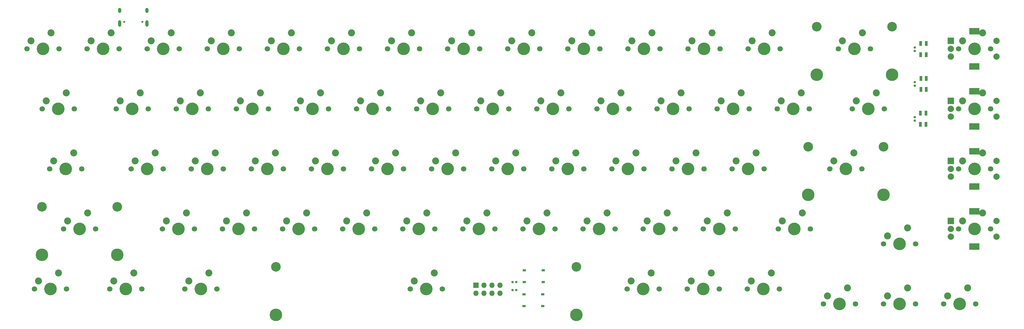
<source format=gbr>
%TF.GenerationSoftware,KiCad,Pcbnew,(6.0.6-0)*%
%TF.CreationDate,2022-07-20T23:02:44+08:00*%
%TF.ProjectId,SCO68R,53434f36-3852-42e6-9b69-6361645f7063,rev?*%
%TF.SameCoordinates,Original*%
%TF.FileFunction,Soldermask,Top*%
%TF.FilePolarity,Negative*%
%FSLAX46Y46*%
G04 Gerber Fmt 4.6, Leading zero omitted, Abs format (unit mm)*
G04 Created by KiCad (PCBNEW (6.0.6-0)) date 2022-07-20 23:02:44*
%MOMM*%
%LPD*%
G01*
G04 APERTURE LIST*
G04 Aperture macros list*
%AMRoundRect*
0 Rectangle with rounded corners*
0 $1 Rounding radius*
0 $2 $3 $4 $5 $6 $7 $8 $9 X,Y pos of 4 corners*
0 Add a 4 corners polygon primitive as box body*
4,1,4,$2,$3,$4,$5,$6,$7,$8,$9,$2,$3,0*
0 Add four circle primitives for the rounded corners*
1,1,$1+$1,$2,$3*
1,1,$1+$1,$4,$5*
1,1,$1+$1,$6,$7*
1,1,$1+$1,$8,$9*
0 Add four rect primitives between the rounded corners*
20,1,$1+$1,$2,$3,$4,$5,0*
20,1,$1+$1,$4,$5,$6,$7,0*
20,1,$1+$1,$6,$7,$8,$9,0*
20,1,$1+$1,$8,$9,$2,$3,0*%
G04 Aperture macros list end*
%ADD10C,3.987800*%
%ADD11C,3.048000*%
%ADD12C,1.700000*%
%ADD13C,4.000000*%
%ADD14C,2.224000*%
%ADD15R,1.000000X0.750000*%
%ADD16RoundRect,0.155000X0.155000X-0.212500X0.155000X0.212500X-0.155000X0.212500X-0.155000X-0.212500X0*%
%ADD17R,0.850000X1.600000*%
%ADD18R,2.000000X2.000000*%
%ADD19C,2.000000*%
%ADD20R,3.200000X2.000000*%
%ADD21RoundRect,0.155000X-0.212500X-0.155000X0.212500X-0.155000X0.212500X0.155000X-0.212500X0.155000X0*%
%ADD22RoundRect,0.160000X-0.197500X-0.160000X0.197500X-0.160000X0.197500X0.160000X-0.197500X0.160000X0*%
%ADD23R,1.700000X1.700000*%
%ADD24O,1.700000X1.700000*%
%ADD25C,0.650000*%
%ADD26O,1.000000X2.100000*%
%ADD27O,1.000000X1.600000*%
G04 APERTURE END LIST*
D10*
%TO.C,REF\u002A\u002A*%
X37218750Y29875000D03*
D11*
X37218750Y45085000D03*
D10*
X132468750Y29875000D03*
D11*
X132468750Y45085000D03*
%TD*%
D12*
%TO.C,KSW4*%
X25630000Y114300000D03*
X15470000Y114300000D03*
D13*
X20550000Y114300000D03*
D14*
X23090000Y119380000D03*
X16740000Y116840000D03*
%TD*%
D12*
%TO.C,KSW14*%
X215495000Y114300000D03*
D13*
X220575000Y114300000D03*
D12*
X225655000Y114300000D03*
D14*
X223115000Y119380000D03*
X216765000Y116840000D03*
%TD*%
D13*
%TO.C,KSW40*%
X148828125Y76200000D03*
D12*
X153908125Y76200000D03*
X143748125Y76200000D03*
D14*
X151368125Y81280000D03*
X145018125Y78740000D03*
%TD*%
D12*
%TO.C,KSW57*%
X229782500Y52387500D03*
X239942500Y52387500D03*
D13*
X234862500Y52387500D03*
D14*
X237402500Y57467500D03*
X231052500Y54927500D03*
%TD*%
D15*
%TO.C,SW2*%
X121910900Y40295000D03*
X115910900Y40295000D03*
X121910900Y44045000D03*
X115910900Y44045000D03*
%TD*%
D12*
%TO.C,KSW39*%
X134858125Y76200000D03*
X124698125Y76200000D03*
D13*
X129778125Y76200000D03*
D14*
X132318125Y81280000D03*
X125968125Y78740000D03*
%TD*%
D16*
%TO.C,C14*%
X239740000Y113622500D03*
X239740000Y114757500D03*
%TD*%
D13*
%TO.C,KSW61*%
X13406250Y38100000D03*
D12*
X8326250Y38100000D03*
X18486250Y38100000D03*
D14*
X15946250Y43180000D03*
X9596250Y40640000D03*
%TD*%
D15*
%TO.C,SW1*%
X121822500Y32665000D03*
X115822500Y32665000D03*
X121822500Y36415000D03*
X115822500Y36415000D03*
%TD*%
D13*
%TO.C,KSW43*%
X217884375Y76200000D03*
D12*
X222964375Y76200000D03*
X212804375Y76200000D03*
D14*
X220424375Y81280000D03*
X214074375Y78740000D03*
%TD*%
D12*
%TO.C,KSW16*%
X-36917500Y95250000D03*
X-26757500Y95250000D03*
D13*
X-31837500Y95250000D03*
D14*
X-29297500Y100330000D03*
X-35647500Y97790000D03*
%TD*%
D12*
%TO.C,KSW41*%
X172958125Y76200000D03*
X162798125Y76200000D03*
D13*
X167878125Y76200000D03*
D14*
X170418125Y81280000D03*
X164068125Y78740000D03*
%TD*%
D12*
%TO.C,KSW5*%
X34520000Y114300000D03*
D13*
X39600000Y114300000D03*
D12*
X44680000Y114300000D03*
D14*
X42140000Y119380000D03*
X35790000Y116840000D03*
%TD*%
D13*
%TO.C,KSW22*%
X86915625Y95250000D03*
D12*
X91995625Y95250000D03*
X81835625Y95250000D03*
D14*
X89455625Y100330000D03*
X83105625Y97790000D03*
%TD*%
D13*
%TO.C,KSW27*%
X182165625Y95250000D03*
D12*
X187245625Y95250000D03*
X177085625Y95250000D03*
D14*
X184705625Y100330000D03*
X178355625Y97790000D03*
%TD*%
D13*
%TO.C,KSW1*%
X-36600000Y114300000D03*
D12*
X-41680000Y114300000D03*
X-31520000Y114300000D03*
D14*
X-34060000Y119380000D03*
X-40410000Y116840000D03*
%TD*%
D12*
%TO.C,KSW37*%
X86598125Y76200000D03*
D13*
X91678125Y76200000D03*
D12*
X96758125Y76200000D03*
D14*
X94218125Y81280000D03*
X87868125Y78740000D03*
%TD*%
D12*
%TO.C,KSW34*%
X29448125Y76200000D03*
X39608125Y76200000D03*
D13*
X34528125Y76200000D03*
D14*
X37068125Y81280000D03*
X30718125Y78740000D03*
%TD*%
D13*
%TO.C,KSW58*%
X258675000Y57150000D03*
D12*
X263755000Y57150000D03*
X253595000Y57150000D03*
D14*
X261215000Y62230000D03*
X254865000Y59690000D03*
%TD*%
D12*
%TO.C,KSW59*%
X-39298750Y38100000D03*
D13*
X-34218750Y38100000D03*
D12*
X-29138750Y38100000D03*
D14*
X-31678750Y43180000D03*
X-38028750Y40640000D03*
%TD*%
D11*
%TO.C,REF\u002A\u002A*%
X229822375Y83185000D03*
D10*
X229822375Y67975000D03*
X205946375Y67975000D03*
D11*
X205946375Y83185000D03*
%TD*%
D13*
%TO.C,KSW21*%
X67865625Y95250000D03*
D12*
X72945625Y95250000D03*
X62785625Y95250000D03*
D14*
X70405625Y100330000D03*
X64055625Y97790000D03*
%TD*%
D12*
%TO.C,KSW52*%
X115482500Y57150000D03*
D13*
X120562500Y57150000D03*
D12*
X125642500Y57150000D03*
D14*
X123102500Y62230000D03*
X116752500Y59690000D03*
%TD*%
D12*
%TO.C,KSW56*%
X196445000Y57150000D03*
X206605000Y57150000D03*
D13*
X201525000Y57150000D03*
D14*
X204065000Y62230000D03*
X197715000Y59690000D03*
%TD*%
D12*
%TO.C,KSW17*%
X-13414375Y95250000D03*
D13*
X-8334375Y95250000D03*
D12*
X-3254375Y95250000D03*
D14*
X-5794375Y100330000D03*
X-12144375Y97790000D03*
%TD*%
D12*
%TO.C,KSW44*%
X253595000Y76200000D03*
D13*
X258675000Y76200000D03*
D12*
X263755000Y76200000D03*
D14*
X261215000Y81280000D03*
X254865000Y78740000D03*
%TD*%
D12*
%TO.C,KSW6*%
X63730000Y114300000D03*
D13*
X58650000Y114300000D03*
D12*
X53570000Y114300000D03*
D14*
X61190000Y119380000D03*
X54840000Y116840000D03*
%TD*%
D12*
%TO.C,KSW20*%
X53895625Y95250000D03*
X43735625Y95250000D03*
D13*
X48815625Y95250000D03*
D14*
X51355625Y100330000D03*
X45005625Y97790000D03*
%TD*%
D13*
%TO.C,KSW15*%
X258675000Y114300000D03*
D12*
X263755000Y114300000D03*
X253595000Y114300000D03*
D14*
X261215000Y119380000D03*
X254865000Y116840000D03*
%TD*%
D13*
%TO.C,KSW68*%
X253912500Y33337500D03*
D12*
X248832500Y33337500D03*
X258992500Y33337500D03*
D14*
X256452500Y38417500D03*
X250102500Y35877500D03*
%TD*%
D13*
%TO.C,KSW62*%
X84843750Y38100000D03*
D12*
X79763750Y38100000D03*
X89923750Y38100000D03*
D14*
X87383750Y43180000D03*
X81033750Y40640000D03*
%TD*%
D13*
%TO.C,KSW9*%
X115800000Y114300000D03*
D12*
X110720000Y114300000D03*
X120880000Y114300000D03*
D14*
X118340000Y119380000D03*
X111990000Y116840000D03*
%TD*%
D12*
%TO.C,KSW36*%
X77708125Y76200000D03*
X67548125Y76200000D03*
D13*
X72628125Y76200000D03*
D14*
X75168125Y81280000D03*
X68818125Y78740000D03*
%TD*%
D12*
%TO.C,KSW64*%
X177720625Y38100000D03*
D13*
X172640625Y38100000D03*
D12*
X167560625Y38100000D03*
D14*
X175180625Y43180000D03*
X168830625Y40640000D03*
%TD*%
D17*
%TO.C,D71*%
X243375102Y115950000D03*
X241625102Y115950000D03*
X241625102Y112450000D03*
X243375102Y112450000D03*
%TD*%
D13*
%TO.C,KSW51*%
X101512500Y57150000D03*
D12*
X106592500Y57150000D03*
X96432500Y57150000D03*
D14*
X104052500Y62230000D03*
X97702500Y59690000D03*
%TD*%
D12*
%TO.C,KSW49*%
X68492500Y57150000D03*
X58332500Y57150000D03*
D13*
X63412500Y57150000D03*
D14*
X65952500Y62230000D03*
X59602500Y59690000D03*
%TD*%
D16*
%TO.C,C12*%
X239740000Y91522500D03*
X239740000Y92657500D03*
%TD*%
D12*
%TO.C,KSW33*%
X20558125Y76200000D03*
X10398125Y76200000D03*
D13*
X15478125Y76200000D03*
D14*
X18018125Y81280000D03*
X11668125Y78740000D03*
%TD*%
D12*
%TO.C,KSW3*%
X-3580000Y114300000D03*
X6580000Y114300000D03*
D13*
X1500000Y114300000D03*
D14*
X4040000Y119380000D03*
X-2310000Y116840000D03*
%TD*%
D12*
%TO.C,KSW65*%
X196770625Y38100000D03*
D13*
X191690625Y38100000D03*
D12*
X186610625Y38100000D03*
D14*
X194230625Y43180000D03*
X187880625Y40640000D03*
%TD*%
D12*
%TO.C,KSW60*%
X-15486250Y38100000D03*
D13*
X-10406250Y38100000D03*
D12*
X-5326250Y38100000D03*
D14*
X-7866250Y43180000D03*
X-14216250Y40640000D03*
%TD*%
D12*
%TO.C,KSW23*%
X100885625Y95250000D03*
D13*
X105965625Y95250000D03*
D12*
X111045625Y95250000D03*
D14*
X108505625Y100330000D03*
X102155625Y97790000D03*
%TD*%
D13*
%TO.C,KSW13*%
X192000000Y114300000D03*
D12*
X186920000Y114300000D03*
X197080000Y114300000D03*
D14*
X194540000Y119380000D03*
X188190000Y116840000D03*
%TD*%
D13*
%TO.C,KSW46*%
X6262500Y57150000D03*
D12*
X11342500Y57150000D03*
X1182500Y57150000D03*
D14*
X8802500Y62230000D03*
X2452500Y59690000D03*
%TD*%
D12*
%TO.C,KSW28*%
X196135625Y95250000D03*
X206295625Y95250000D03*
D13*
X201215625Y95250000D03*
D14*
X203755625Y100330000D03*
X197405625Y97790000D03*
%TD*%
D12*
%TO.C,KSW67*%
X239942500Y33337500D03*
D13*
X234862500Y33337500D03*
D12*
X229782500Y33337500D03*
D14*
X237402500Y38417500D03*
X231052500Y35877500D03*
%TD*%
D18*
%TO.C,KSWR1*%
X251115625Y116800000D03*
D19*
X251115625Y111800000D03*
X251115625Y114300000D03*
D20*
X258615625Y108700000D03*
X258615625Y119900000D03*
D19*
X265615625Y111800000D03*
X265615625Y116800000D03*
%TD*%
D21*
%TO.C,C11*%
X112252500Y40270000D03*
X113387500Y40270000D03*
%TD*%
D12*
%TO.C,KSW45*%
X-30083125Y57150000D03*
D13*
X-25003125Y57150000D03*
D12*
X-19923125Y57150000D03*
D14*
X-22463125Y62230000D03*
X-28813125Y59690000D03*
%TD*%
D12*
%TO.C,KSW32*%
X1508125Y76200000D03*
X-8651875Y76200000D03*
D13*
X-3571875Y76200000D03*
D14*
X-1031875Y81280000D03*
X-7381875Y78740000D03*
%TD*%
D12*
%TO.C,KSW24*%
X130095625Y95250000D03*
D13*
X125015625Y95250000D03*
D12*
X119935625Y95250000D03*
D14*
X127555625Y100330000D03*
X121205625Y97790000D03*
%TD*%
D12*
%TO.C,KSW26*%
X168195625Y95250000D03*
X158035625Y95250000D03*
D13*
X163115625Y95250000D03*
D14*
X165655625Y100330000D03*
X159305625Y97790000D03*
%TD*%
D12*
%TO.C,KSW63*%
X158670625Y38100000D03*
D13*
X153590625Y38100000D03*
D12*
X148510625Y38100000D03*
D14*
X156130625Y43180000D03*
X149780625Y40640000D03*
%TD*%
D12*
%TO.C,KSW55*%
X182792500Y57150000D03*
X172632500Y57150000D03*
D13*
X177712500Y57150000D03*
D14*
X180252500Y62230000D03*
X173902500Y59690000D03*
%TD*%
D12*
%TO.C,KSW31*%
X-34536250Y76200000D03*
D13*
X-29456250Y76200000D03*
D12*
X-24376250Y76200000D03*
D14*
X-26916250Y81280000D03*
X-33266250Y78740000D03*
%TD*%
D12*
%TO.C,KSW30*%
X263755000Y95250000D03*
D13*
X258675000Y95250000D03*
D12*
X253595000Y95250000D03*
D14*
X261215000Y100330000D03*
X254865000Y97790000D03*
%TD*%
D12*
%TO.C,KSW25*%
X138985625Y95250000D03*
X149145625Y95250000D03*
D13*
X144065625Y95250000D03*
D14*
X146605625Y100330000D03*
X140255625Y97790000D03*
%TD*%
D12*
%TO.C,KSW10*%
X129770000Y114300000D03*
D13*
X134850000Y114300000D03*
D12*
X139930000Y114300000D03*
D14*
X137390000Y119380000D03*
X131040000Y116840000D03*
%TD*%
D17*
%TO.C,D69*%
X243275000Y93850000D03*
X241525000Y93850000D03*
X241525000Y90350000D03*
X243275000Y90350000D03*
%TD*%
D12*
%TO.C,KSW2*%
X-12470000Y114300000D03*
D13*
X-17550000Y114300000D03*
D12*
X-22630000Y114300000D03*
D14*
X-15010000Y119380000D03*
X-21360000Y116840000D03*
%TD*%
D10*
%TO.C,REF\u002A\u002A*%
X-36941125Y48925000D03*
D11*
X-13065125Y64135000D03*
D10*
X-13065125Y48925000D03*
D11*
X-36941125Y64135000D03*
%TD*%
D22*
%TO.C,R1*%
X112232500Y37750000D03*
X113427500Y37750000D03*
%TD*%
D12*
%TO.C,KSW11*%
X148820000Y114300000D03*
D13*
X153900000Y114300000D03*
D12*
X158980000Y114300000D03*
D14*
X156440000Y119380000D03*
X150090000Y116840000D03*
%TD*%
D12*
%TO.C,KSW42*%
X181848125Y76200000D03*
D13*
X186928125Y76200000D03*
D12*
X192008125Y76200000D03*
D14*
X189468125Y81280000D03*
X183118125Y78740000D03*
%TD*%
D11*
%TO.C,REF\u002A\u002A*%
X232513000Y121285000D03*
D10*
X208637000Y106075000D03*
D11*
X208637000Y121285000D03*
D10*
X232513000Y106075000D03*
%TD*%
D17*
%TO.C,D70*%
X243380000Y104900000D03*
X241630000Y104900000D03*
X241630000Y101400000D03*
X243380000Y101400000D03*
%TD*%
D13*
%TO.C,KSW53*%
X139612500Y57150000D03*
D12*
X144692500Y57150000D03*
X134532500Y57150000D03*
D14*
X142152500Y62230000D03*
X135802500Y59690000D03*
%TD*%
D13*
%TO.C,KSW47*%
X25312500Y57150000D03*
D12*
X20232500Y57150000D03*
X30392500Y57150000D03*
D14*
X27852500Y62230000D03*
X21502500Y59690000D03*
%TD*%
D13*
%TO.C,KSW19*%
X29765625Y95250000D03*
D12*
X34845625Y95250000D03*
X24685625Y95250000D03*
D14*
X32305625Y100330000D03*
X25955625Y97790000D03*
%TD*%
D12*
%TO.C,KSW18*%
X15795625Y95250000D03*
X5635625Y95250000D03*
D13*
X10715625Y95250000D03*
D14*
X13255625Y100330000D03*
X6905625Y97790000D03*
%TD*%
D12*
%TO.C,KSW35*%
X48498125Y76200000D03*
X58658125Y76200000D03*
D13*
X53578125Y76200000D03*
D14*
X56118125Y81280000D03*
X49768125Y78740000D03*
%TD*%
D18*
%TO.C,KSWR2*%
X251115625Y97750000D03*
D19*
X251115625Y92750000D03*
X251115625Y95250000D03*
D20*
X258615625Y100850000D03*
X258615625Y89650000D03*
D19*
X265615625Y92750000D03*
X265615625Y97750000D03*
%TD*%
D12*
%TO.C,KSW8*%
X101830000Y114300000D03*
X91670000Y114300000D03*
D13*
X96750000Y114300000D03*
D14*
X99290000Y119380000D03*
X92940000Y116840000D03*
%TD*%
D16*
%TO.C,C13*%
X239740000Y102572500D03*
X239740000Y103707500D03*
%TD*%
D12*
%TO.C,KSW66*%
X210732500Y33337500D03*
D13*
X215812500Y33337500D03*
D12*
X220892500Y33337500D03*
D14*
X218352500Y38417500D03*
X212002500Y35877500D03*
%TD*%
D13*
%TO.C,KSW50*%
X82462500Y57150000D03*
D12*
X87542500Y57150000D03*
X77382500Y57150000D03*
D14*
X85002500Y62230000D03*
X78652500Y59690000D03*
%TD*%
D12*
%TO.C,KSW54*%
X163742500Y57150000D03*
X153582500Y57150000D03*
D13*
X158662500Y57150000D03*
D14*
X161202500Y62230000D03*
X154852500Y59690000D03*
%TD*%
D18*
%TO.C,KSWR4*%
X251115625Y59650000D03*
D19*
X251115625Y54650000D03*
X251115625Y57150000D03*
D20*
X258615625Y62750000D03*
X258615625Y51550000D03*
D19*
X265615625Y54650000D03*
X265615625Y59650000D03*
%TD*%
D12*
%TO.C,KSW12*%
X178030000Y114300000D03*
D13*
X172950000Y114300000D03*
D12*
X167870000Y114300000D03*
D14*
X175490000Y119380000D03*
X169140000Y116840000D03*
%TD*%
D12*
%TO.C,KSW7*%
X72620000Y114300000D03*
X82780000Y114300000D03*
D13*
X77700000Y114300000D03*
D14*
X80240000Y119380000D03*
X73890000Y116840000D03*
%TD*%
D12*
%TO.C,KSW29*%
X219948125Y95250000D03*
X230108125Y95250000D03*
D13*
X225028125Y95250000D03*
D14*
X227568125Y100330000D03*
X221218125Y97790000D03*
%TD*%
D13*
%TO.C,KSW38*%
X110728125Y76200000D03*
D12*
X105648125Y76200000D03*
X115808125Y76200000D03*
D14*
X113268125Y81280000D03*
X106918125Y78740000D03*
%TD*%
D12*
%TO.C,KSW48*%
X49442500Y57150000D03*
D13*
X44362500Y57150000D03*
D12*
X39282500Y57150000D03*
D14*
X46902500Y62230000D03*
X40552500Y59690000D03*
%TD*%
D10*
%TO.C,REF\u002A\u002A*%
X37218750Y29875000D03*
D11*
X37218750Y45085000D03*
D10*
X132468750Y29875000D03*
D11*
X132468750Y45085000D03*
%TD*%
D18*
%TO.C,KSWR3*%
X251115625Y78700000D03*
D19*
X251115625Y73700000D03*
X251115625Y76200000D03*
D20*
X258615625Y70600000D03*
X258615625Y81800000D03*
D19*
X265615625Y73700000D03*
X265615625Y78700000D03*
%TD*%
D23*
%TO.C,J2*%
X100600000Y39285000D03*
D24*
X100600000Y36745000D03*
X103140000Y39285000D03*
X103140000Y36745000D03*
X105680000Y39285000D03*
X105680000Y36745000D03*
X108220000Y39285000D03*
X108220000Y36745000D03*
%TD*%
D25*
%TO.C,J1*%
X-5110000Y122860000D03*
X-10890000Y122860000D03*
D26*
X-12320000Y122330000D03*
D27*
X-12320000Y126510000D03*
X-3680000Y126510000D03*
D26*
X-3680000Y122330000D03*
%TD*%
M02*

</source>
